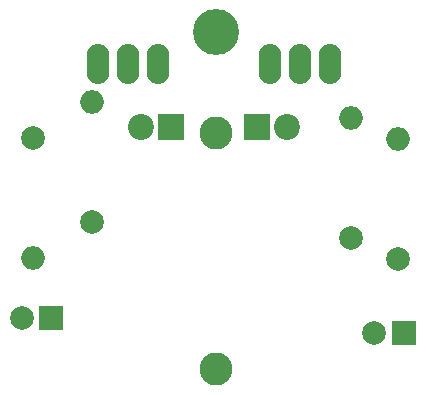
<source format=gts>
G04 #@! TF.GenerationSoftware,KiCad,Pcbnew,(5.0.0)*
G04 #@! TF.CreationDate,2018-09-20T16:22:26-03:00*
G04 #@! TF.ProjectId,badge00,626164676530302E6B696361645F7063,rev?*
G04 #@! TF.SameCoordinates,Original*
G04 #@! TF.FileFunction,Soldermask,Top*
G04 #@! TF.FilePolarity,Negative*
%FSLAX46Y46*%
G04 Gerber Fmt 4.6, Leading zero omitted, Abs format (unit mm)*
G04 Created by KiCad (PCBNEW (5.0.0)) date 09/20/18 16:22:26*
%MOMM*%
%LPD*%
G01*
G04 APERTURE LIST*
%ADD10C,2.800000*%
%ADD11C,2.000000*%
%ADD12O,2.000000X2.000000*%
%ADD13C,3.900000*%
%ADD14R,2.000000X2.000000*%
%ADD15R,2.200000X2.200000*%
%ADD16C,2.200000*%
%ADD17O,1.920000X3.400000*%
G04 APERTURE END LIST*
D10*
G04 #@! TO.C,BT1*
X130000000Y-78500000D03*
X130000000Y-58500000D03*
G04 #@! TD*
D11*
G04 #@! TO.C,R1*
X119507000Y-66040000D03*
D12*
X119507000Y-55880000D03*
G04 #@! TD*
D13*
G04 #@! TO.C,REF\002A\002A*
X130000000Y-50000000D03*
G04 #@! TD*
D14*
G04 #@! TO.C,C1*
X116078000Y-74168000D03*
D11*
X113578000Y-74168000D03*
G04 #@! TD*
D14*
G04 #@! TO.C,C2*
X145923000Y-75438000D03*
D11*
X143423000Y-75438000D03*
G04 #@! TD*
D15*
G04 #@! TO.C,D1*
X126238000Y-58039000D03*
D16*
X123698000Y-58039000D03*
G04 #@! TD*
D15*
G04 #@! TO.C,D2*
X133477000Y-58039000D03*
D16*
X136017000Y-58039000D03*
G04 #@! TD*
D11*
G04 #@! TO.C,R2*
X145415000Y-69215000D03*
D12*
X145415000Y-59055000D03*
G04 #@! TD*
D11*
G04 #@! TO.C,R3*
X114554000Y-58928000D03*
D12*
X114554000Y-69088000D03*
G04 #@! TD*
D11*
G04 #@! TO.C,R4*
X141478000Y-67437000D03*
D12*
X141478000Y-57277000D03*
G04 #@! TD*
D17*
G04 #@! TO.C,Q1*
X125095000Y-52705000D03*
X120015000Y-52705000D03*
X122555000Y-52705000D03*
G04 #@! TD*
G04 #@! TO.C,Q2*
X137160000Y-52705000D03*
X134620000Y-52705000D03*
X139700000Y-52705000D03*
G04 #@! TD*
M02*

</source>
